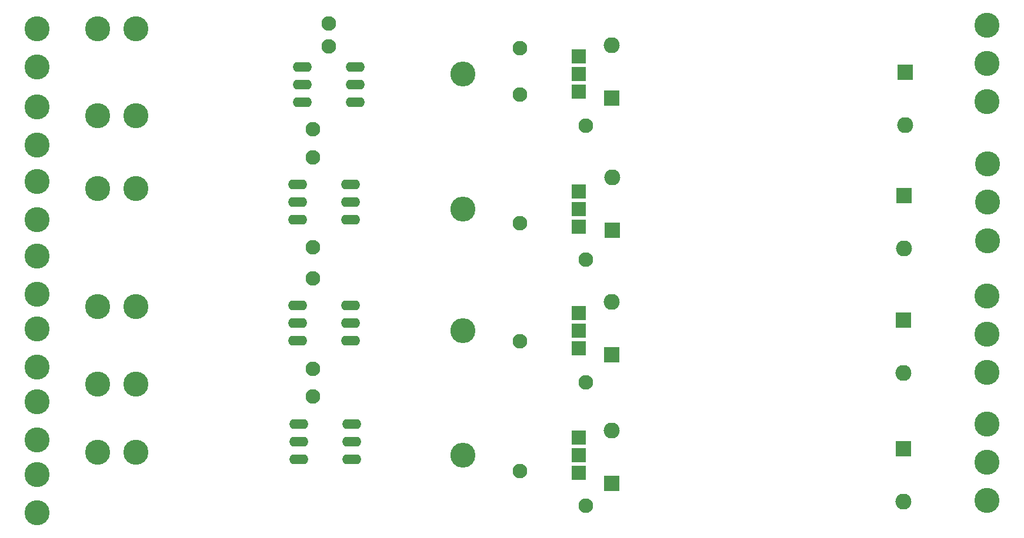
<source format=gbr>
G04 #@! TF.FileFunction,Soldermask,Bot*
%FSLAX46Y46*%
G04 Gerber Fmt 4.6, Leading zero omitted, Abs format (unit mm)*
G04 Created by KiCad (PCBNEW 4.0.7-e2-6376~58~ubuntu16.04.1) date Wed May  2 00:30:33 2018*
%MOMM*%
%LPD*%
G01*
G04 APERTURE LIST*
%ADD10C,0.100000*%
%ADD11C,2.101600*%
%ADD12O,3.601600X3.601600*%
%ADD13R,2.101600X2.101600*%
%ADD14O,2.743200X1.422400*%
%ADD15C,3.601720*%
%ADD16R,2.301600X2.301600*%
%ADD17O,2.301600X2.301600*%
G04 APERTURE END LIST*
D10*
D11*
X138500000Y-118000000D03*
X138500000Y-99250000D03*
X138500000Y-82250000D03*
X138500000Y-63750000D03*
X138500000Y-57000000D03*
X148000000Y-123000000D03*
X148000000Y-105250000D03*
X148000000Y-87500000D03*
X148000000Y-68250000D03*
X111000000Y-56750000D03*
X111000000Y-53500000D03*
X108750000Y-72750000D03*
X108750000Y-68750000D03*
X108750000Y-90250000D03*
X108750000Y-85750000D03*
X108750000Y-107250000D03*
D12*
X130340760Y-115718820D03*
D13*
X147000760Y-118258820D03*
X147000760Y-115718820D03*
X147000760Y-113178820D03*
D12*
X130340760Y-97718820D03*
D13*
X147000760Y-100258820D03*
X147000760Y-97718820D03*
X147000760Y-95178820D03*
D12*
X130340760Y-80218820D03*
D13*
X147000760Y-82758820D03*
X147000760Y-80218820D03*
X147000760Y-77678820D03*
D12*
X130340760Y-60718820D03*
D13*
X147000760Y-63258820D03*
X147000760Y-60718820D03*
X147000760Y-58178820D03*
D14*
X106700760Y-111218820D03*
X106700760Y-113758820D03*
X114320760Y-113758820D03*
X114320760Y-111218820D03*
X106700760Y-116298820D03*
X114320760Y-116298820D03*
X106490000Y-94160000D03*
X106490000Y-96700000D03*
X114110000Y-96700000D03*
X114110000Y-94160000D03*
X106490000Y-99240000D03*
X114110000Y-99240000D03*
X106490000Y-76660000D03*
X106490000Y-79200000D03*
X114110000Y-79200000D03*
X114110000Y-76660000D03*
X106490000Y-81740000D03*
X114110000Y-81740000D03*
X107190760Y-59718820D03*
X107190760Y-62258820D03*
X114810760Y-62258820D03*
X114810760Y-59718820D03*
X107190760Y-64798820D03*
X114810760Y-64798820D03*
D15*
X83240000Y-105500000D03*
X77760000Y-105500000D03*
X205760760Y-111253820D03*
X205760760Y-116758820D03*
X205760760Y-122263820D03*
X77760760Y-115258820D03*
X83240760Y-115258820D03*
X69000760Y-118518820D03*
X69000760Y-123998820D03*
X69000760Y-108018820D03*
X69000760Y-113498820D03*
X205760760Y-92753820D03*
X205760760Y-98258820D03*
X205760760Y-103763820D03*
X77770760Y-94258820D03*
X83250760Y-94258820D03*
X205810760Y-73753820D03*
X205810760Y-79258820D03*
X205810760Y-84763820D03*
X69000760Y-97518820D03*
X69000760Y-102998820D03*
X69000760Y-87018820D03*
X69000760Y-92498820D03*
X77760760Y-77258820D03*
X83240760Y-77258820D03*
X205760760Y-53753820D03*
X205760760Y-59258820D03*
X205760760Y-64763820D03*
X69000000Y-76260000D03*
X69000000Y-81740000D03*
X69000760Y-65458820D03*
X69000760Y-70998820D03*
X83240760Y-54258820D03*
X77760760Y-54258820D03*
X69000000Y-59740000D03*
X69000000Y-54260000D03*
X83240760Y-66758820D03*
X77760760Y-66758820D03*
D16*
X193760760Y-114758820D03*
D17*
X193760760Y-122378820D03*
D16*
X151750760Y-119758820D03*
D17*
X151750760Y-112138820D03*
D16*
X151750760Y-101258820D03*
D17*
X151750760Y-93638820D03*
D16*
X193760760Y-96258820D03*
D17*
X193760760Y-103878820D03*
D16*
X151800760Y-83258820D03*
D17*
X151800760Y-75638820D03*
D16*
X193810760Y-78258820D03*
D17*
X193810760Y-85878820D03*
D16*
X151750760Y-64258820D03*
D17*
X151750760Y-56638820D03*
D16*
X194000000Y-60500000D03*
D17*
X194000000Y-68120000D03*
D11*
X108750000Y-103250000D03*
M02*

</source>
